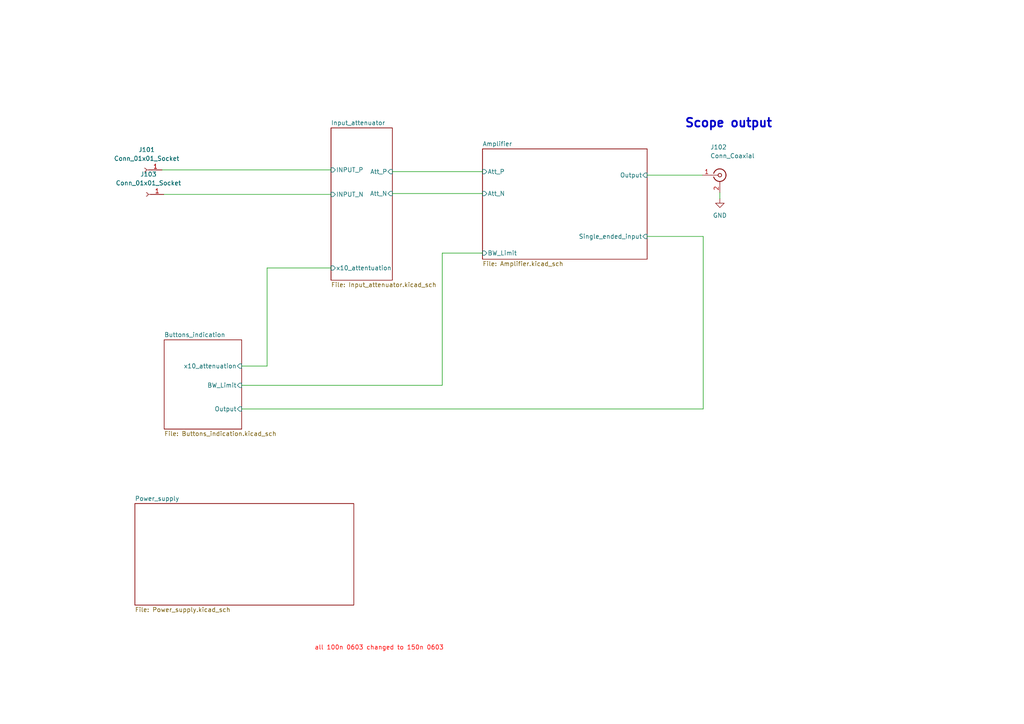
<source format=kicad_sch>
(kicad_sch (version 20250114) (generator "eeschema") (generator_version "9.0")
  (paper "A4")
  (lib_symbols
    (symbol "Connector:Conn_01x01_Socket" (pin_names (offset 1.016) (hide yes))
      (property "Reference" "J" (at 0 2.54 0))
      (property "Value" "Conn_01x01_Socket" (at 0 -2.54 0))
      (symbol "Conn_01x01_Socket_1_1"
        (polyline (pts (xy -1.27 0) (xy -0.508 0)) (stroke (width 0.1524)))
        (arc (start 0 -0.508) (mid -0.5058 0) (end 0 0.508) (stroke (width 0.1524)))
        (pin passive line (at -5.08 0 0) (length 3.81) (name "Pin_1") (number "1"))
      )
    )
    (symbol "Connector:Conn_Coaxial" (pin_names (offset 1.016) (hide yes))
      (property "Reference" "J" (at 0.254 3.048 0))
      (property "Value" "Conn_Coaxial" (at 2.921 0 90))
      (symbol "Conn_Coaxial_0_1"
        (polyline (pts (xy -2.54 0) (xy -0.508 0)))
        (arc (start 1.778 0) (mid 0.222 -1.8079) (end -1.778 -0.508) (stroke (width 0.254)))
        (arc (start -1.778 0.508) (mid 0.2221 1.8084) (end 1.778 0) (stroke (width 0.254)))
        (circle (center 0 0) (radius 0.508) (stroke (width 0.2032)))
        (polyline (pts (xy 0 -2.54) (xy 0 -1.778)))
      )
      (symbol "Conn_Coaxial_1_1"
        (pin passive line (at -5.08 0 0) (length 2.54) (name "In") (number "1"))
        (pin passive line (at 0 -5.08 90) (length 2.54) (name "Ext") (number "2"))
      )
    )
    (symbol "power:GND" (power) (pin_numbers (hide yes)) (pin_names (offset 0) (hide yes))
      (property "Value" "GND" (at 0 -3.81 0))
      (symbol "GND_0_1"
        (polyline (pts (xy 0 0) (xy 0 -1.27) (xy 1.27 -1.27) (xy 0 -2.54) (xy -1.27 -1.27) (xy 0 -1.27)))
      )
      (symbol "GND_1_1"
        (pin power_in line (at 0 0 270) (length 0) (name "~") (number "1"))
      )
    )
  )
  (text "Scope output\n" (at 211.328 35.814 0) (effects (font (size 2.5 2.5) (thickness 0.5) (bold yes))))
  (text "all 100n 0603 changed to 150n 0603\n" (at 109.982 187.96 0) (effects (font (size 1.27 1.27))))
  (wire (pts (xy 70.104 111.76) (xy 128.27 111.76)))
  (wire (pts (xy 77.47 77.724) (xy 96.012 77.724)))
  (wire (pts (xy 128.27 73.406) (xy 139.954 73.406)))
  (wire (pts (xy 47.498 56.388) (xy 96.012 56.388)))
  (wire (pts (xy 46.99 49.276) (xy 96.012 49.276)))
  (wire (pts (xy 77.47 106.172) (xy 77.47 77.724)))
  (wire (pts (xy 70.104 118.618) (xy 203.962 118.618)))
  (wire (pts (xy 187.706 50.8) (xy 203.708 50.8)))
  (wire (pts (xy 113.792 49.784) (xy 139.954 49.784)))
  (wire (pts (xy 208.788 55.88) (xy 208.788 57.658)))
  (wire (pts (xy 128.27 111.76) (xy 128.27 73.406)))
  (wire (pts (xy 113.792 56.134) (xy 139.954 56.134)))
  (wire (pts (xy 203.962 68.58) (xy 203.962 118.618)))
  (wire (pts (xy 70.104 106.172) (xy 77.47 106.172)))
  (wire (pts (xy 187.706 68.58) (xy 203.962 68.58)))
  (symbol (lib_id "power:GND") (at 208.788 57.658 0) (unit 1)
    (property "Reference" "#PWR0101" (effects (hide yes)))
    (property "Value" "GND" (at 208.788 62.484 0))
    (property "Description" "Power symbol creates a global label with name \"GND\" , ground" (effects (hide yes)))
  )
  (symbol (lib_id "Connector:Conn_01x01_Socket") (at 41.91 49.276 180) (unit 1)
    (property "Reference" "J101" (at 42.545 43.434 0))
    (property "Value" "Conn_01x01_Socket" (at 42.545 45.974 0))
    (property "Footprint" "SamacSys_Parts:SWEB8094AuRT" (effects (hide yes)))
    (property "Description" "Generic connector, single row, 01x01, script generated" (effects (hide yes)))
  )
  (symbol (lib_id "Connector:Conn_01x01_Socket") (at 42.418 56.388 180) (unit 1)
    (property "Reference" "J103" (at 43.053 50.546 0))
    (property "Value" "Conn_01x01_Socket" (at 43.053 53.086 0))
    (property "Footprint" "SamacSys_Parts:SWEB8094AuRT" (effects (hide yes)))
    (property "Description" "Generic connector, single row, 01x01, script generated" (effects (hide yes)))
  )
  (symbol (lib_id "Connector:Conn_Coaxial") (at 208.788 50.8 0) (unit 1)
    (property "Reference" "J102" (at 205.994 42.672 0) (effects (justify left)))
    (property "Value" "Conn_Coaxial" (at 205.994 45.212 0) (effects (justify left)))
    (property "Footprint" "SamacSys_Parts:2269901" (effects (hide yes)))
    (property "Description" "coaxial connector (BNC, SMA, SMB, SMC, Cinch/RCA, LEMO, ...)" (effects (hide yes)))
  )
  (sheet (at 47.625 98.552) (size 22.479 25.908) (stroke (width 0.1524))
    (property "Sheetname" "Buttons_indication" (at 47.625 97.8404 0) (effects (justify left bottom)))
    (property "Sheetfile" "Buttons_indication.kicad_sch" (at 47.625 125.0446 0) (effects (justify left top)))
    (pin "x10_attenuation" input (at 70.104 106.172 0))
    (pin "BW_Limit" input (at 70.104 111.76 0))
    (pin "Output" input (at 70.104 118.618 0))
  )
  (sheet (at 96.012 37.084) (size 17.78 44.196) (stroke (width 0.1524))
    (property "Sheetname" "Input_attenuator" (at 96.012 36.3724 0) (effects (justify left bottom)))
    (property "Sheetfile" "Input_attenuator.kicad_sch" (at 96.012 81.8646 0) (effects (justify left top)))
    (pin "x10_attentuation" input (at 96.012 77.724 180))
    (pin "Att_N" input (at 113.792 56.134 0))
    (pin "Att_P" input (at 113.792 49.784 0))
    (pin "INPUT_P" input (at 96.012 49.276 180))
    (pin "INPUT_N" input (at 96.012 56.388 180))
  )
  (sheet (at 39.116 146.05) (size 63.5 29.464) (stroke (width 0.1524))
    (property "Sheetname" "Power_supply" (at 39.116 145.3384 0) (effects (justify left bottom)))
    (property "Sheetfile" "Power_supply.kicad_sch" (at 39.116 176.0986 0) (effects (justify left top)))
  )
  (sheet (at 139.954 43.18) (size 47.752 32.004) (stroke (width 0.1524))
    (property "Sheetname" "Amplifier" (at 139.954 42.4684 0) (effects (justify left bottom)))
    (property "Sheetfile" "Amplifier.kicad_sch" (at 139.954 75.7686 0) (effects (justify left top)))
    (pin "Att_P" input (at 139.954 49.784 180))
    (pin "Att_N" input (at 139.954 56.134 180))
    (pin "Output" input (at 187.706 50.8 0))
    (pin "BW_Limit" input (at 139.954 73.406 180))
    (pin "Single_ended_input" input (at 187.706 68.58 0))
  )
)
</source>
